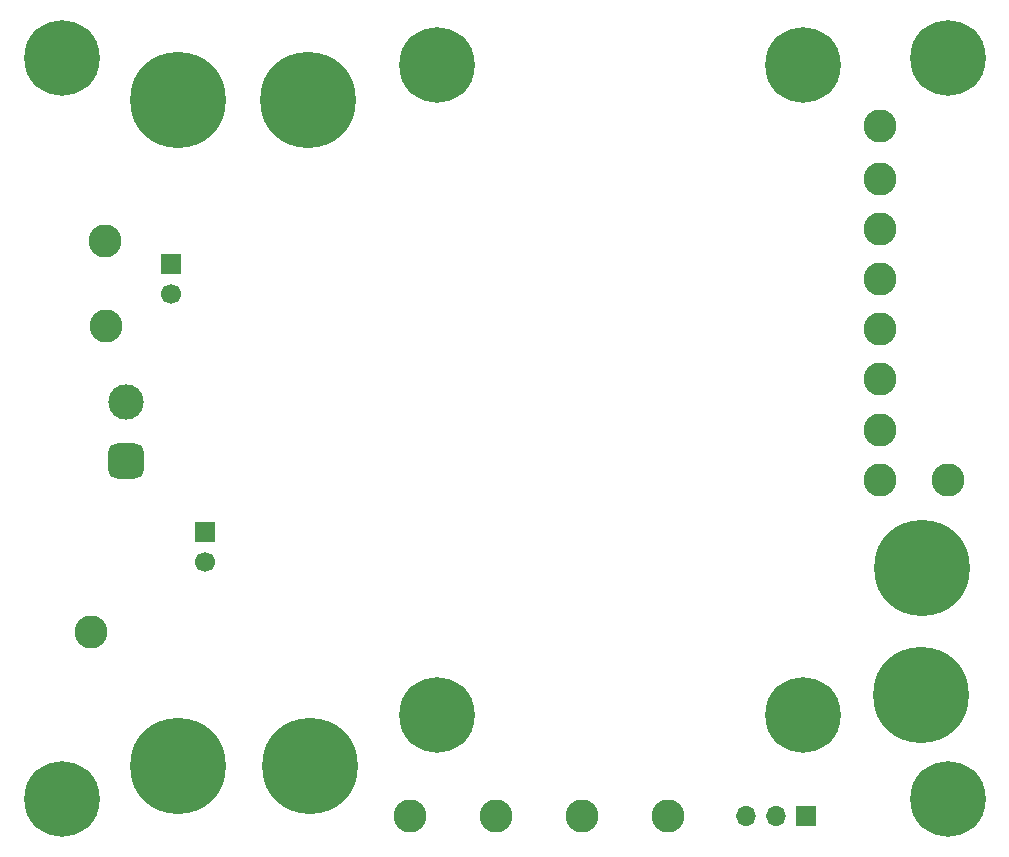
<source format=gbr>
%TF.GenerationSoftware,KiCad,Pcbnew,9.0.6*%
%TF.CreationDate,2026-01-20T23:25:45-06:00*%
%TF.ProjectId,TestBoard_PowerMuxPCB,54657374-426f-4617-9264-5f506f776572,rev?*%
%TF.SameCoordinates,Original*%
%TF.FileFunction,Soldermask,Bot*%
%TF.FilePolarity,Negative*%
%FSLAX46Y46*%
G04 Gerber Fmt 4.6, Leading zero omitted, Abs format (unit mm)*
G04 Created by KiCad (PCBNEW 9.0.6) date 2026-01-20 23:25:45*
%MOMM*%
%LPD*%
G01*
G04 APERTURE LIST*
G04 Aperture macros list*
%AMRoundRect*
0 Rectangle with rounded corners*
0 $1 Rounding radius*
0 $2 $3 $4 $5 $6 $7 $8 $9 X,Y pos of 4 corners*
0 Add a 4 corners polygon primitive as box body*
4,1,4,$2,$3,$4,$5,$6,$7,$8,$9,$2,$3,0*
0 Add four circle primitives for the rounded corners*
1,1,$1+$1,$2,$3*
1,1,$1+$1,$4,$5*
1,1,$1+$1,$6,$7*
1,1,$1+$1,$8,$9*
0 Add four rect primitives between the rounded corners*
20,1,$1+$1,$2,$3,$4,$5,0*
20,1,$1+$1,$4,$5,$6,$7,0*
20,1,$1+$1,$6,$7,$8,$9,0*
20,1,$1+$1,$8,$9,$2,$3,0*%
G04 Aperture macros list end*
%ADD10C,8.115000*%
%ADD11C,6.400000*%
%ADD12C,2.800000*%
%ADD13R,1.700000X1.700000*%
%ADD14O,1.700000X1.700000*%
%ADD15C,1.700000*%
%ADD16C,3.600000*%
%ADD17RoundRect,0.750000X0.750000X-0.750000X0.750000X0.750000X-0.750000X0.750000X-0.750000X-0.750000X0*%
%ADD18C,3.000000*%
G04 APERTURE END LIST*
D10*
%TO.C,J5*%
X180310000Y-114000000D03*
%TD*%
D11*
%TO.C,H2*%
X107500000Y-133500000D03*
%TD*%
D12*
%TO.C,TP18*%
X144263333Y-135000000D03*
%TD*%
D11*
%TO.C,H1*%
X182500000Y-70750000D03*
%TD*%
%TO.C,H4*%
X107500000Y-70750000D03*
%TD*%
D10*
%TO.C,J2*%
X117300000Y-74350000D03*
%TD*%
%TO.C,J7*%
X180250000Y-124750000D03*
%TD*%
D13*
%TO.C,J8*%
X170540000Y-135000000D03*
D14*
X168000000Y-135000000D03*
X165460000Y-135000000D03*
%TD*%
D12*
%TO.C,TP19*%
X151526667Y-135000000D03*
%TD*%
%TO.C,TP2*%
X176750000Y-102250000D03*
%TD*%
%TO.C,TP16*%
X158790000Y-135000000D03*
%TD*%
D10*
%TO.C,J3*%
X117350000Y-130725000D03*
%TD*%
D12*
%TO.C,TP4*%
X176750000Y-93750000D03*
%TD*%
%TO.C,TP15*%
X111210000Y-93440000D03*
%TD*%
D13*
%TO.C,J11*%
X116750000Y-88250000D03*
D15*
X116750000Y-90790000D03*
%TD*%
D12*
%TO.C,TP5*%
X176750000Y-76500000D03*
%TD*%
%TO.C,TP14*%
X109950000Y-119400000D03*
%TD*%
%TO.C,TP8*%
X176750000Y-89500000D03*
%TD*%
%TO.C,TP3*%
X176750000Y-98000000D03*
%TD*%
%TO.C,TP17*%
X137000000Y-135000000D03*
%TD*%
D10*
%TO.C,J1*%
X128500000Y-130725000D03*
%TD*%
%TO.C,J4*%
X128300000Y-74350000D03*
%TD*%
D13*
%TO.C,J10*%
X119650000Y-110875000D03*
D15*
X119650000Y-113415000D03*
%TD*%
D11*
%TO.C,H3*%
X182500000Y-133500000D03*
%TD*%
D16*
%TO.C,J6*%
X139250000Y-126400000D03*
D11*
X139250000Y-126400000D03*
D16*
X170250000Y-126400000D03*
D11*
X170250000Y-126400000D03*
D16*
X139250000Y-71400000D03*
D11*
X139250000Y-71400000D03*
D16*
X170250000Y-71400000D03*
D11*
X170250000Y-71400000D03*
%TD*%
D12*
%TO.C,TP6*%
X176750000Y-81000000D03*
%TD*%
%TO.C,TP12*%
X182500000Y-106500000D03*
%TD*%
%TO.C,TP7*%
X176750000Y-85250000D03*
%TD*%
D17*
%TO.C,J9*%
X112930000Y-104910000D03*
D18*
X112930000Y-99910000D03*
%TD*%
D12*
%TO.C,TP13*%
X111150000Y-86300000D03*
%TD*%
%TO.C,TP1*%
X176750000Y-106500000D03*
%TD*%
M02*

</source>
